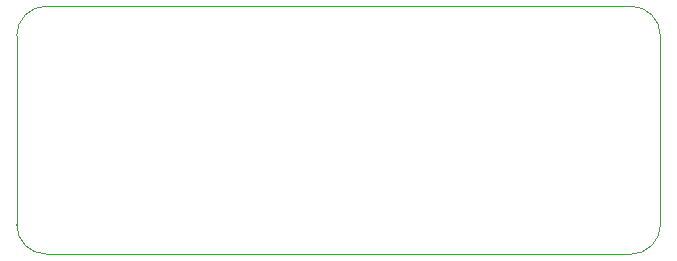
<source format=gbr>
%FSLAX34Y34*%
G04 Gerber Fmt 3.4, Leading zero omitted, Abs format*
G04 (created by PCBNEW (2014-03-19 BZR 4756)-product) date Wed 28 May 2014 22:47:49 BST*
%MOIN*%
G01*
G70*
G90*
G04 APERTURE LIST*
%ADD10C,0.005906*%
%ADD11C,0.003937*%
G04 APERTURE END LIST*
G54D10*
G54D11*
X71456Y-41535D02*
X71456Y-41141D01*
X50000Y-41535D02*
X50000Y-41141D01*
X50000Y-41535D02*
X50000Y-47440D01*
X50984Y-40157D02*
G75*
G03X50000Y-41141I0J-984D01*
G74*
G01*
X70472Y-40157D02*
X50984Y-40157D01*
X50984Y-48425D02*
X70472Y-48425D01*
X50000Y-47440D02*
G75*
G03X50984Y-48425I984J0D01*
G74*
G01*
X71456Y-47440D02*
X71456Y-41535D01*
X70472Y-48425D02*
G75*
G03X71456Y-47440I0J984D01*
G74*
G01*
X71456Y-41141D02*
G75*
G03X70472Y-40157I-984J0D01*
G74*
G01*
M02*

</source>
